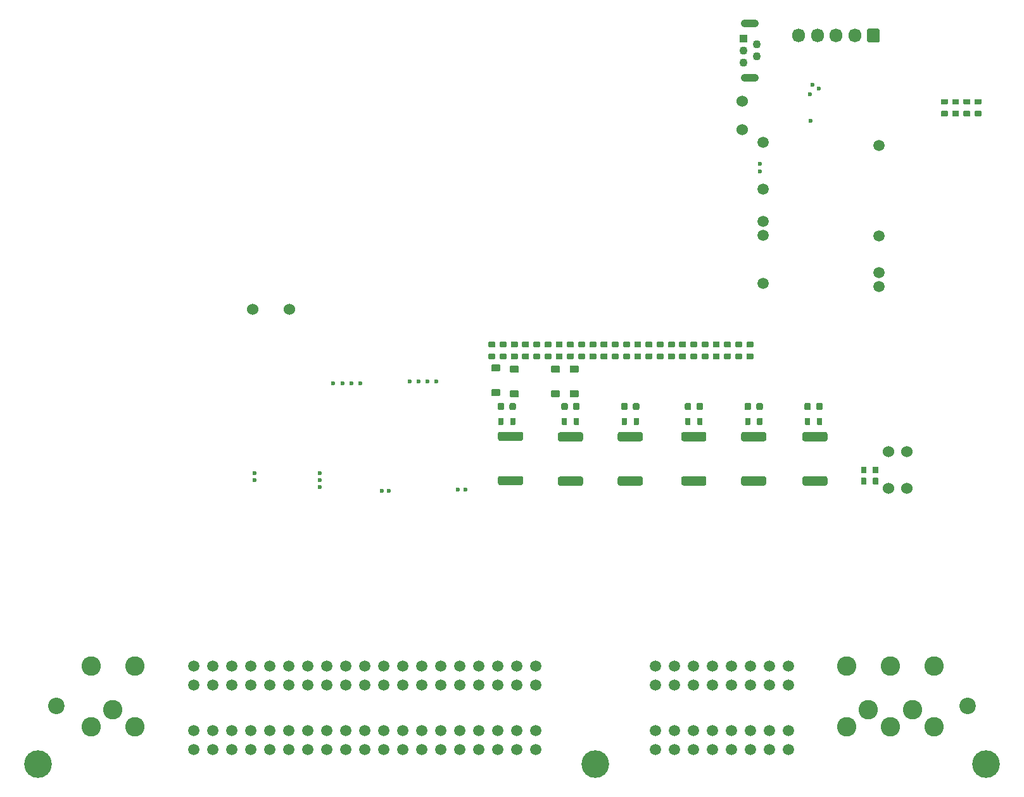
<source format=gbs>
G04 #@! TF.GenerationSoftware,KiCad,Pcbnew,8.0.8*
G04 #@! TF.CreationDate,2025-12-21T18:17:35-05:00*
G04 #@! TF.ProjectId,greenenergyecu,67726565-6e65-46e6-9572-67796563752e,d*
G04 #@! TF.SameCoordinates,PX2b953a0PY6943058*
G04 #@! TF.FileFunction,Soldermask,Bot*
G04 #@! TF.FilePolarity,Negative*
%FSLAX46Y46*%
G04 Gerber Fmt 4.6, Leading zero omitted, Abs format (unit mm)*
G04 Created by KiCad (PCBNEW 8.0.8) date 2025-12-21 18:17:35*
%MOMM*%
%LPD*%
G01*
G04 APERTURE LIST*
%ADD10C,3.700000*%
%ADD11C,2.200000*%
%ADD12C,2.600000*%
%ADD13C,1.500000*%
%ADD14C,0.599999*%
%ADD15R,1.100000X1.100000*%
%ADD16C,1.100000*%
%ADD17O,2.400000X1.100000*%
%ADD18C,1.524000*%
%ADD19O,1.700000X1.850000*%
%ADD20C,0.600000*%
G04 APERTURE END LIST*
D10*
G04 #@! TO.C,P1*
X18648000Y5492000D03*
D11*
X21098000Y13292000D03*
D10*
X93148000Y5492000D03*
D11*
X142898000Y13292000D03*
D10*
X145348000Y5492000D03*
D12*
X25748000Y10492000D03*
X31548000Y10492000D03*
X28648000Y12822000D03*
X25748000Y18622000D03*
X31548000Y18622000D03*
D13*
X85168000Y18622000D03*
X82628000Y18622000D03*
X80088000Y18622000D03*
X77548000Y18622000D03*
X75008000Y18622000D03*
X72468000Y18622000D03*
X69928000Y18622000D03*
X67388000Y18622000D03*
X64848000Y18622000D03*
X62308000Y18622000D03*
X59768000Y18622000D03*
X57228000Y18622000D03*
X54688000Y18622000D03*
X52148000Y18622000D03*
X49608000Y18622000D03*
X47068000Y18622000D03*
X44528000Y18622000D03*
X41988000Y18622000D03*
X39448000Y18622000D03*
X85168000Y16082000D03*
X82628000Y16082000D03*
X80088000Y16082000D03*
X77548000Y16082000D03*
X75008000Y16082000D03*
X72468000Y16082000D03*
X69928000Y16082000D03*
X67388000Y16082000D03*
X64848000Y16082000D03*
X62308000Y16082000D03*
X59768000Y16082000D03*
X57228000Y16082000D03*
X54688000Y16082000D03*
X52148000Y16082000D03*
X49608000Y16082000D03*
X47068000Y16082000D03*
X44528000Y16082000D03*
X41988000Y16082000D03*
X39448000Y16082000D03*
X85168000Y10032000D03*
X82628000Y10032000D03*
X80088000Y10032000D03*
X77548000Y10032000D03*
X75008000Y10032000D03*
X72468000Y10032000D03*
X69928000Y10032000D03*
X67388000Y10032000D03*
X64848000Y10032000D03*
X62308000Y10032000D03*
X59768000Y10032000D03*
X57228000Y10032000D03*
X54688000Y10032000D03*
X52148000Y10032000D03*
X49608000Y10032000D03*
X47068000Y10032000D03*
X44528000Y10032000D03*
X41988000Y10032000D03*
X39448000Y10032000D03*
X85168000Y7492000D03*
X82628000Y7492000D03*
X80088000Y7492000D03*
X77548000Y7492000D03*
X75008000Y7492000D03*
X72468000Y7492000D03*
X69928000Y7492000D03*
X67388000Y7492000D03*
X64848000Y7492000D03*
X62308000Y7492000D03*
X59768000Y7492000D03*
X57228000Y7492000D03*
X54688000Y7492000D03*
X52148000Y7492000D03*
X49608000Y7492000D03*
X47068000Y7492000D03*
X44528000Y7492000D03*
X41988000Y7492000D03*
X39448000Y7492000D03*
X101138000Y7492000D03*
X103678000Y7492000D03*
X106218000Y7492000D03*
X108758000Y7492000D03*
X111298000Y7492000D03*
X113838000Y7492000D03*
X116378000Y7492000D03*
X118918000Y7492000D03*
X101138000Y10032000D03*
X103678000Y10032000D03*
X106218000Y10032000D03*
X108758000Y10032000D03*
X111298000Y10032000D03*
X113838000Y10032000D03*
X116378000Y10032000D03*
X118918000Y10032000D03*
X101138000Y16082000D03*
X103678000Y16082000D03*
X106218000Y16082000D03*
X108758000Y16082000D03*
X111298000Y16082000D03*
X113838000Y16082000D03*
X116378000Y16082000D03*
X118918000Y16082000D03*
X101138000Y18622000D03*
X103678000Y18622000D03*
X106218000Y18622000D03*
X108758000Y18622000D03*
X111298000Y18622000D03*
X113838000Y18622000D03*
X116378000Y18622000D03*
X118918000Y18622000D03*
D12*
X126748000Y10492000D03*
X132548000Y10492000D03*
X138448000Y10492000D03*
X129648000Y12822000D03*
X135548000Y12822000D03*
X126748000Y18622000D03*
X132548000Y18622000D03*
X138448000Y18622000D03*
G04 #@! TD*
D14*
G04 #@! TO.C,M7*
X122162501Y96418338D03*
X123037503Y95893338D03*
X121862499Y95143340D03*
X121937502Y91593339D03*
G04 #@! TD*
D15*
G04 #@! TO.C,J22*
X112925000Y102625000D03*
D16*
X114675000Y101825000D03*
X112925000Y101025000D03*
X114675000Y100225000D03*
X112925000Y99425000D03*
D17*
X113800000Y104675000D03*
X113800000Y97375000D03*
G04 #@! TD*
D18*
G04 #@! TO.C,F1*
X134800000Y42425000D03*
X134800000Y47325000D03*
G04 #@! TD*
G04 #@! TO.C,F3*
X47350000Y66375000D03*
X52250000Y66375000D03*
G04 #@! TD*
G04 #@! TO.C,F2*
X132300000Y42425000D03*
X132300000Y47325000D03*
G04 #@! TD*
G04 #@! TO.C,J21*
G36*
G01*
X131150000Y103700000D02*
X131150000Y102350000D01*
G75*
G02*
X130900000Y102100000I-250000J0D01*
G01*
X129700000Y102100000D01*
G75*
G02*
X129450000Y102350000I0J250000D01*
G01*
X129450000Y103700000D01*
G75*
G02*
X129700000Y103950000I250000J0D01*
G01*
X130900000Y103950000D01*
G75*
G02*
X131150000Y103700000I0J-250000D01*
G01*
G37*
D19*
X127800000Y103025000D03*
X125300000Y103025000D03*
X122800000Y103025000D03*
X120300000Y103025000D03*
G04 #@! TD*
D20*
G04 #@! TO.C,M3*
X70675000Y56700000D03*
X71875000Y56700000D03*
X69475000Y56700000D03*
X68275000Y56700000D03*
X74735000Y42275000D03*
X75735000Y42275000D03*
G04 #@! TD*
D13*
G04 #@! TO.C,M1*
X115550002Y69875003D03*
X115550002Y76275000D03*
X115550002Y78175003D03*
X115550002Y82475003D03*
D20*
X115100003Y84875000D03*
X115100003Y85875001D03*
D13*
X115550002Y88725003D03*
X131049999Y69425001D03*
X131049999Y71275000D03*
X131049999Y76225003D03*
X131049999Y88275001D03*
G04 #@! TD*
D20*
G04 #@! TO.C,M4*
X60500000Y56512500D03*
X61700000Y56512500D03*
X59300000Y56512500D03*
X58100000Y56512500D03*
X64560000Y42087500D03*
X65560000Y42087500D03*
G04 #@! TD*
D18*
G04 #@! TO.C,R4*
X112800000Y90420001D03*
X112800000Y94230001D03*
G04 #@! TD*
D20*
G04 #@! TO.C,M2*
X56275000Y44449999D03*
X56275000Y43499999D03*
X56275000Y42550001D03*
X47575000Y43549999D03*
X47575000Y44449999D03*
G04 #@! TD*
G04 #@! TO.C,R51*
G36*
G01*
X92410000Y62025000D02*
X93190000Y62025000D01*
G75*
G02*
X93260000Y61955000I0J-70000D01*
G01*
X93260000Y61395000D01*
G75*
G02*
X93190000Y61325000I-70000J0D01*
G01*
X92410000Y61325000D01*
G75*
G02*
X92340000Y61395000I0J70000D01*
G01*
X92340000Y61955000D01*
G75*
G02*
X92410000Y62025000I70000J0D01*
G01*
G37*
G36*
G01*
X92410000Y60425000D02*
X93190000Y60425000D01*
G75*
G02*
X93260000Y60355000I0J-70000D01*
G01*
X93260000Y59795000D01*
G75*
G02*
X93190000Y59725000I-70000J0D01*
G01*
X92410000Y59725000D01*
G75*
G02*
X92340000Y59795000I0J70000D01*
G01*
X92340000Y60355000D01*
G75*
G02*
X92410000Y60425000I70000J0D01*
G01*
G37*
G04 #@! TD*
G04 #@! TO.C,R18*
G36*
G01*
X90950000Y51765000D02*
X90950000Y50985000D01*
G75*
G02*
X90880000Y50915000I-70000J0D01*
G01*
X90320000Y50915000D01*
G75*
G02*
X90250000Y50985000I0J70000D01*
G01*
X90250000Y51765000D01*
G75*
G02*
X90320000Y51835000I70000J0D01*
G01*
X90880000Y51835000D01*
G75*
G02*
X90950000Y51765000I0J-70000D01*
G01*
G37*
G36*
G01*
X89350000Y51765000D02*
X89350000Y50985000D01*
G75*
G02*
X89280000Y50915000I-70000J0D01*
G01*
X88720000Y50915000D01*
G75*
G02*
X88650000Y50985000I0J70000D01*
G01*
X88650000Y51765000D01*
G75*
G02*
X88720000Y51835000I70000J0D01*
G01*
X89280000Y51835000D01*
G75*
G02*
X89350000Y51765000I0J-70000D01*
G01*
G37*
G04 #@! TD*
G04 #@! TO.C,R30*
G36*
G01*
X99910000Y62025000D02*
X100690000Y62025000D01*
G75*
G02*
X100760000Y61955000I0J-70000D01*
G01*
X100760000Y61395000D01*
G75*
G02*
X100690000Y61325000I-70000J0D01*
G01*
X99910000Y61325000D01*
G75*
G02*
X99840000Y61395000I0J70000D01*
G01*
X99840000Y61955000D01*
G75*
G02*
X99910000Y62025000I70000J0D01*
G01*
G37*
G36*
G01*
X99910000Y60425000D02*
X100690000Y60425000D01*
G75*
G02*
X100760000Y60355000I0J-70000D01*
G01*
X100760000Y59795000D01*
G75*
G02*
X100690000Y59725000I-70000J0D01*
G01*
X99910000Y59725000D01*
G75*
G02*
X99840000Y59795000I0J70000D01*
G01*
X99840000Y60355000D01*
G75*
G02*
X99910000Y60425000I70000J0D01*
G01*
G37*
G04 #@! TD*
G04 #@! TO.C,R46*
G36*
G01*
X107410000Y62025000D02*
X108190000Y62025000D01*
G75*
G02*
X108260000Y61955000I0J-70000D01*
G01*
X108260000Y61395000D01*
G75*
G02*
X108190000Y61325000I-70000J0D01*
G01*
X107410000Y61325000D01*
G75*
G02*
X107340000Y61395000I0J70000D01*
G01*
X107340000Y61955000D01*
G75*
G02*
X107410000Y62025000I70000J0D01*
G01*
G37*
G36*
G01*
X107410000Y60425000D02*
X108190000Y60425000D01*
G75*
G02*
X108260000Y60355000I0J-70000D01*
G01*
X108260000Y59795000D01*
G75*
G02*
X108190000Y59725000I-70000J0D01*
G01*
X107410000Y59725000D01*
G75*
G02*
X107340000Y59795000I0J70000D01*
G01*
X107340000Y60355000D01*
G75*
G02*
X107410000Y60425000I70000J0D01*
G01*
G37*
G04 #@! TD*
G04 #@! TO.C,D1*
G36*
G01*
X89790000Y58825000D02*
X90810000Y58825000D01*
G75*
G02*
X90900000Y58735000I0J-90000D01*
G01*
X90900000Y58015000D01*
G75*
G02*
X90810000Y57925000I-90000J0D01*
G01*
X89790000Y57925000D01*
G75*
G02*
X89700000Y58015000I0J90000D01*
G01*
X89700000Y58735000D01*
G75*
G02*
X89790000Y58825000I90000J0D01*
G01*
G37*
G36*
G01*
X89790000Y55525000D02*
X90810000Y55525000D01*
G75*
G02*
X90900000Y55435000I0J-90000D01*
G01*
X90900000Y54715000D01*
G75*
G02*
X90810000Y54625000I-90000J0D01*
G01*
X89790000Y54625000D01*
G75*
G02*
X89700000Y54715000I0J90000D01*
G01*
X89700000Y55435000D01*
G75*
G02*
X89790000Y55525000I90000J0D01*
G01*
G37*
G04 #@! TD*
G04 #@! TO.C,F10*
G36*
G01*
X121075000Y53118750D02*
X121075000Y53631250D01*
G75*
G02*
X121293750Y53850000I218750J0D01*
G01*
X121731250Y53850000D01*
G75*
G02*
X121950000Y53631250I0J-218750D01*
G01*
X121950000Y53118750D01*
G75*
G02*
X121731250Y52900000I-218750J0D01*
G01*
X121293750Y52900000D01*
G75*
G02*
X121075000Y53118750I0J218750D01*
G01*
G37*
G36*
G01*
X122650000Y53118750D02*
X122650000Y53631250D01*
G75*
G02*
X122868750Y53850000I218750J0D01*
G01*
X123306250Y53850000D01*
G75*
G02*
X123525000Y53631250I0J-218750D01*
G01*
X123525000Y53118750D01*
G75*
G02*
X123306250Y52900000I-218750J0D01*
G01*
X122868750Y52900000D01*
G75*
G02*
X122650000Y53118750I0J218750D01*
G01*
G37*
G04 #@! TD*
G04 #@! TO.C,R49*
G36*
G01*
X98410000Y62025000D02*
X99190000Y62025000D01*
G75*
G02*
X99260000Y61955000I0J-70000D01*
G01*
X99260000Y61395000D01*
G75*
G02*
X99190000Y61325000I-70000J0D01*
G01*
X98410000Y61325000D01*
G75*
G02*
X98340000Y61395000I0J70000D01*
G01*
X98340000Y61955000D01*
G75*
G02*
X98410000Y62025000I70000J0D01*
G01*
G37*
G36*
G01*
X98410000Y60425000D02*
X99190000Y60425000D01*
G75*
G02*
X99260000Y60355000I0J-70000D01*
G01*
X99260000Y59795000D01*
G75*
G02*
X99190000Y59725000I-70000J0D01*
G01*
X98410000Y59725000D01*
G75*
G02*
X98340000Y59795000I0J70000D01*
G01*
X98340000Y60355000D01*
G75*
G02*
X98410000Y60425000I70000J0D01*
G01*
G37*
G04 #@! TD*
G04 #@! TO.C,R19*
G36*
G01*
X98950000Y51765000D02*
X98950000Y50985000D01*
G75*
G02*
X98880000Y50915000I-70000J0D01*
G01*
X98320000Y50915000D01*
G75*
G02*
X98250000Y50985000I0J70000D01*
G01*
X98250000Y51765000D01*
G75*
G02*
X98320000Y51835000I70000J0D01*
G01*
X98880000Y51835000D01*
G75*
G02*
X98950000Y51765000I0J-70000D01*
G01*
G37*
G36*
G01*
X97350000Y51765000D02*
X97350000Y50985000D01*
G75*
G02*
X97280000Y50915000I-70000J0D01*
G01*
X96720000Y50915000D01*
G75*
G02*
X96650000Y50985000I0J70000D01*
G01*
X96650000Y51765000D01*
G75*
G02*
X96720000Y51835000I70000J0D01*
G01*
X97280000Y51835000D01*
G75*
G02*
X97350000Y51765000I0J-70000D01*
G01*
G37*
G04 #@! TD*
G04 #@! TO.C,R16*
G36*
G01*
X87910000Y62025000D02*
X88690000Y62025000D01*
G75*
G02*
X88760000Y61955000I0J-70000D01*
G01*
X88760000Y61395000D01*
G75*
G02*
X88690000Y61325000I-70000J0D01*
G01*
X87910000Y61325000D01*
G75*
G02*
X87840000Y61395000I0J70000D01*
G01*
X87840000Y61955000D01*
G75*
G02*
X87910000Y62025000I70000J0D01*
G01*
G37*
G36*
G01*
X87910000Y60425000D02*
X88690000Y60425000D01*
G75*
G02*
X88760000Y60355000I0J-70000D01*
G01*
X88760000Y59795000D01*
G75*
G02*
X88690000Y59725000I-70000J0D01*
G01*
X87910000Y59725000D01*
G75*
G02*
X87840000Y59795000I0J70000D01*
G01*
X87840000Y60355000D01*
G75*
G02*
X87910000Y60425000I70000J0D01*
G01*
G37*
G04 #@! TD*
G04 #@! TO.C,R45*
G36*
G01*
X86410000Y62025000D02*
X87190000Y62025000D01*
G75*
G02*
X87260000Y61955000I0J-70000D01*
G01*
X87260000Y61395000D01*
G75*
G02*
X87190000Y61325000I-70000J0D01*
G01*
X86410000Y61325000D01*
G75*
G02*
X86340000Y61395000I0J70000D01*
G01*
X86340000Y61955000D01*
G75*
G02*
X86410000Y62025000I70000J0D01*
G01*
G37*
G36*
G01*
X86410000Y60425000D02*
X87190000Y60425000D01*
G75*
G02*
X87260000Y60355000I0J-70000D01*
G01*
X87260000Y59795000D01*
G75*
G02*
X87190000Y59725000I-70000J0D01*
G01*
X86410000Y59725000D01*
G75*
G02*
X86340000Y59795000I0J70000D01*
G01*
X86340000Y60355000D01*
G75*
G02*
X86410000Y60425000I70000J0D01*
G01*
G37*
G04 #@! TD*
G04 #@! TO.C,D4*
G36*
G01*
X79290000Y58975000D02*
X80310000Y58975000D01*
G75*
G02*
X80400000Y58885000I0J-90000D01*
G01*
X80400000Y58165000D01*
G75*
G02*
X80310000Y58075000I-90000J0D01*
G01*
X79290000Y58075000D01*
G75*
G02*
X79200000Y58165000I0J90000D01*
G01*
X79200000Y58885000D01*
G75*
G02*
X79290000Y58975000I90000J0D01*
G01*
G37*
G36*
G01*
X79290000Y55675000D02*
X80310000Y55675000D01*
G75*
G02*
X80400000Y55585000I0J-90000D01*
G01*
X80400000Y54865000D01*
G75*
G02*
X80310000Y54775000I-90000J0D01*
G01*
X79290000Y54775000D01*
G75*
G02*
X79200000Y54865000I0J90000D01*
G01*
X79200000Y55585000D01*
G75*
G02*
X79290000Y55675000I90000J0D01*
G01*
G37*
G04 #@! TD*
G04 #@! TO.C,R36*
G36*
G01*
X111910000Y62025000D02*
X112690000Y62025000D01*
G75*
G02*
X112760000Y61955000I0J-70000D01*
G01*
X112760000Y61395000D01*
G75*
G02*
X112690000Y61325000I-70000J0D01*
G01*
X111910000Y61325000D01*
G75*
G02*
X111840000Y61395000I0J70000D01*
G01*
X111840000Y61955000D01*
G75*
G02*
X111910000Y62025000I70000J0D01*
G01*
G37*
G36*
G01*
X111910000Y60425000D02*
X112690000Y60425000D01*
G75*
G02*
X112760000Y60355000I0J-70000D01*
G01*
X112760000Y59795000D01*
G75*
G02*
X112690000Y59725000I-70000J0D01*
G01*
X111910000Y59725000D01*
G75*
G02*
X111840000Y59795000I0J70000D01*
G01*
X111840000Y60355000D01*
G75*
G02*
X111910000Y60425000I70000J0D01*
G01*
G37*
G04 #@! TD*
G04 #@! TO.C,R17*
G36*
G01*
X82450000Y51765000D02*
X82450000Y50985000D01*
G75*
G02*
X82380000Y50915000I-70000J0D01*
G01*
X81820000Y50915000D01*
G75*
G02*
X81750000Y50985000I0J70000D01*
G01*
X81750000Y51765000D01*
G75*
G02*
X81820000Y51835000I70000J0D01*
G01*
X82380000Y51835000D01*
G75*
G02*
X82450000Y51765000I0J-70000D01*
G01*
G37*
G36*
G01*
X80850000Y51765000D02*
X80850000Y50985000D01*
G75*
G02*
X80780000Y50915000I-70000J0D01*
G01*
X80220000Y50915000D01*
G75*
G02*
X80150000Y50985000I0J70000D01*
G01*
X80150000Y51765000D01*
G75*
G02*
X80220000Y51835000I70000J0D01*
G01*
X80780000Y51835000D01*
G75*
G02*
X80850000Y51765000I0J-70000D01*
G01*
G37*
G04 #@! TD*
G04 #@! TO.C,R23*
G36*
G01*
X107450000Y51765000D02*
X107450000Y50985000D01*
G75*
G02*
X107380000Y50915000I-70000J0D01*
G01*
X106820000Y50915000D01*
G75*
G02*
X106750000Y50985000I0J70000D01*
G01*
X106750000Y51765000D01*
G75*
G02*
X106820000Y51835000I70000J0D01*
G01*
X107380000Y51835000D01*
G75*
G02*
X107450000Y51765000I0J-70000D01*
G01*
G37*
G36*
G01*
X105850000Y51765000D02*
X105850000Y50985000D01*
G75*
G02*
X105780000Y50915000I-70000J0D01*
G01*
X105220000Y50915000D01*
G75*
G02*
X105150000Y50985000I0J70000D01*
G01*
X105150000Y51765000D01*
G75*
G02*
X105220000Y51835000I70000J0D01*
G01*
X105780000Y51835000D01*
G75*
G02*
X105850000Y51765000I0J-70000D01*
G01*
G37*
G04 #@! TD*
G04 #@! TO.C,R47*
G36*
G01*
X104410000Y62025000D02*
X105190000Y62025000D01*
G75*
G02*
X105260000Y61955000I0J-70000D01*
G01*
X105260000Y61395000D01*
G75*
G02*
X105190000Y61325000I-70000J0D01*
G01*
X104410000Y61325000D01*
G75*
G02*
X104340000Y61395000I0J70000D01*
G01*
X104340000Y61955000D01*
G75*
G02*
X104410000Y62025000I70000J0D01*
G01*
G37*
G36*
G01*
X104410000Y60425000D02*
X105190000Y60425000D01*
G75*
G02*
X105260000Y60355000I0J-70000D01*
G01*
X105260000Y59795000D01*
G75*
G02*
X105190000Y59725000I-70000J0D01*
G01*
X104410000Y59725000D01*
G75*
G02*
X104340000Y59795000I0J70000D01*
G01*
X104340000Y60355000D01*
G75*
G02*
X104410000Y60425000I70000J0D01*
G01*
G37*
G04 #@! TD*
G04 #@! TO.C,R53*
G36*
G01*
X140910000Y94525000D02*
X141690000Y94525000D01*
G75*
G02*
X141760000Y94455000I0J-70000D01*
G01*
X141760000Y93895000D01*
G75*
G02*
X141690000Y93825000I-70000J0D01*
G01*
X140910000Y93825000D01*
G75*
G02*
X140840000Y93895000I0J70000D01*
G01*
X140840000Y94455000D01*
G75*
G02*
X140910000Y94525000I70000J0D01*
G01*
G37*
G36*
G01*
X140910000Y92925000D02*
X141690000Y92925000D01*
G75*
G02*
X141760000Y92855000I0J-70000D01*
G01*
X141760000Y92295000D01*
G75*
G02*
X141690000Y92225000I-70000J0D01*
G01*
X140910000Y92225000D01*
G75*
G02*
X140840000Y92295000I0J70000D01*
G01*
X140840000Y92855000D01*
G75*
G02*
X140910000Y92925000I70000J0D01*
G01*
G37*
G04 #@! TD*
G04 #@! TO.C,R39*
G36*
G01*
X78910000Y62025000D02*
X79690000Y62025000D01*
G75*
G02*
X79760000Y61955000I0J-70000D01*
G01*
X79760000Y61395000D01*
G75*
G02*
X79690000Y61325000I-70000J0D01*
G01*
X78910000Y61325000D01*
G75*
G02*
X78840000Y61395000I0J70000D01*
G01*
X78840000Y61955000D01*
G75*
G02*
X78910000Y62025000I70000J0D01*
G01*
G37*
G36*
G01*
X78910000Y60425000D02*
X79690000Y60425000D01*
G75*
G02*
X79760000Y60355000I0J-70000D01*
G01*
X79760000Y59795000D01*
G75*
G02*
X79690000Y59725000I-70000J0D01*
G01*
X78910000Y59725000D01*
G75*
G02*
X78840000Y59795000I0J70000D01*
G01*
X78840000Y60355000D01*
G75*
G02*
X78910000Y60425000I70000J0D01*
G01*
G37*
G04 #@! TD*
G04 #@! TO.C,R43*
G36*
G01*
X80410000Y62025000D02*
X81190000Y62025000D01*
G75*
G02*
X81260000Y61955000I0J-70000D01*
G01*
X81260000Y61395000D01*
G75*
G02*
X81190000Y61325000I-70000J0D01*
G01*
X80410000Y61325000D01*
G75*
G02*
X80340000Y61395000I0J70000D01*
G01*
X80340000Y61955000D01*
G75*
G02*
X80410000Y62025000I70000J0D01*
G01*
G37*
G36*
G01*
X80410000Y60425000D02*
X81190000Y60425000D01*
G75*
G02*
X81260000Y60355000I0J-70000D01*
G01*
X81260000Y59795000D01*
G75*
G02*
X81190000Y59725000I-70000J0D01*
G01*
X80410000Y59725000D01*
G75*
G02*
X80340000Y59795000I0J70000D01*
G01*
X80340000Y60355000D01*
G75*
G02*
X80410000Y60425000I70000J0D01*
G01*
G37*
G04 #@! TD*
G04 #@! TO.C,D3*
G36*
G01*
X81790000Y58825000D02*
X82810000Y58825000D01*
G75*
G02*
X82900000Y58735000I0J-90000D01*
G01*
X82900000Y58015000D01*
G75*
G02*
X82810000Y57925000I-90000J0D01*
G01*
X81790000Y57925000D01*
G75*
G02*
X81700000Y58015000I0J90000D01*
G01*
X81700000Y58735000D01*
G75*
G02*
X81790000Y58825000I90000J0D01*
G01*
G37*
G36*
G01*
X81790000Y55525000D02*
X82810000Y55525000D01*
G75*
G02*
X82900000Y55435000I0J-90000D01*
G01*
X82900000Y54715000D01*
G75*
G02*
X82810000Y54625000I-90000J0D01*
G01*
X81790000Y54625000D01*
G75*
G02*
X81700000Y54715000I0J90000D01*
G01*
X81700000Y55435000D01*
G75*
G02*
X81790000Y55525000I90000J0D01*
G01*
G37*
G04 #@! TD*
G04 #@! TO.C,R41*
G36*
G01*
X139410000Y94525000D02*
X140190000Y94525000D01*
G75*
G02*
X140260000Y94455000I0J-70000D01*
G01*
X140260000Y93895000D01*
G75*
G02*
X140190000Y93825000I-70000J0D01*
G01*
X139410000Y93825000D01*
G75*
G02*
X139340000Y93895000I0J70000D01*
G01*
X139340000Y94455000D01*
G75*
G02*
X139410000Y94525000I70000J0D01*
G01*
G37*
G36*
G01*
X139410000Y92925000D02*
X140190000Y92925000D01*
G75*
G02*
X140260000Y92855000I0J-70000D01*
G01*
X140260000Y92295000D01*
G75*
G02*
X140190000Y92225000I-70000J0D01*
G01*
X139410000Y92225000D01*
G75*
G02*
X139340000Y92295000I0J70000D01*
G01*
X139340000Y92855000D01*
G75*
G02*
X139410000Y92925000I70000J0D01*
G01*
G37*
G04 #@! TD*
G04 #@! TO.C,R40*
G36*
G01*
X142410000Y94525000D02*
X143190000Y94525000D01*
G75*
G02*
X143260000Y94455000I0J-70000D01*
G01*
X143260000Y93895000D01*
G75*
G02*
X143190000Y93825000I-70000J0D01*
G01*
X142410000Y93825000D01*
G75*
G02*
X142340000Y93895000I0J70000D01*
G01*
X142340000Y94455000D01*
G75*
G02*
X142410000Y94525000I70000J0D01*
G01*
G37*
G36*
G01*
X142410000Y92925000D02*
X143190000Y92925000D01*
G75*
G02*
X143260000Y92855000I0J-70000D01*
G01*
X143260000Y92295000D01*
G75*
G02*
X143190000Y92225000I-70000J0D01*
G01*
X142410000Y92225000D01*
G75*
G02*
X142340000Y92295000I0J70000D01*
G01*
X142340000Y92855000D01*
G75*
G02*
X142410000Y92925000I70000J0D01*
G01*
G37*
G04 #@! TD*
G04 #@! TO.C,R42*
G36*
G01*
X83410000Y62025000D02*
X84190000Y62025000D01*
G75*
G02*
X84260000Y61955000I0J-70000D01*
G01*
X84260000Y61395000D01*
G75*
G02*
X84190000Y61325000I-70000J0D01*
G01*
X83410000Y61325000D01*
G75*
G02*
X83340000Y61395000I0J70000D01*
G01*
X83340000Y61955000D01*
G75*
G02*
X83410000Y62025000I70000J0D01*
G01*
G37*
G36*
G01*
X83410000Y60425000D02*
X84190000Y60425000D01*
G75*
G02*
X84260000Y60355000I0J-70000D01*
G01*
X84260000Y59795000D01*
G75*
G02*
X84190000Y59725000I-70000J0D01*
G01*
X83410000Y59725000D01*
G75*
G02*
X83340000Y59795000I0J70000D01*
G01*
X83340000Y60355000D01*
G75*
G02*
X83410000Y60425000I70000J0D01*
G01*
G37*
G04 #@! TD*
G04 #@! TO.C,F8*
G36*
G01*
X105075000Y53118750D02*
X105075000Y53631250D01*
G75*
G02*
X105293750Y53850000I218750J0D01*
G01*
X105731250Y53850000D01*
G75*
G02*
X105950000Y53631250I0J-218750D01*
G01*
X105950000Y53118750D01*
G75*
G02*
X105731250Y52900000I-218750J0D01*
G01*
X105293750Y52900000D01*
G75*
G02*
X105075000Y53118750I0J218750D01*
G01*
G37*
G36*
G01*
X106650000Y53118750D02*
X106650000Y53631250D01*
G75*
G02*
X106868750Y53850000I218750J0D01*
G01*
X107306250Y53850000D01*
G75*
G02*
X107525000Y53631250I0J-218750D01*
G01*
X107525000Y53118750D01*
G75*
G02*
X107306250Y52900000I-218750J0D01*
G01*
X106868750Y52900000D01*
G75*
G02*
X106650000Y53118750I0J218750D01*
G01*
G37*
G04 #@! TD*
G04 #@! TO.C,R3*
G36*
G01*
X128650000Y44485000D02*
X128650000Y45265000D01*
G75*
G02*
X128720000Y45335000I70000J0D01*
G01*
X129280000Y45335000D01*
G75*
G02*
X129350000Y45265000I0J-70000D01*
G01*
X129350000Y44485000D01*
G75*
G02*
X129280000Y44415000I-70000J0D01*
G01*
X128720000Y44415000D01*
G75*
G02*
X128650000Y44485000I0J70000D01*
G01*
G37*
G36*
G01*
X130250000Y44485000D02*
X130250000Y45265000D01*
G75*
G02*
X130320000Y45335000I70000J0D01*
G01*
X130880000Y45335000D01*
G75*
G02*
X130950000Y45265000I0J-70000D01*
G01*
X130950000Y44485000D01*
G75*
G02*
X130880000Y44415000I-70000J0D01*
G01*
X130320000Y44415000D01*
G75*
G02*
X130250000Y44485000I0J70000D01*
G01*
G37*
G04 #@! TD*
G04 #@! TO.C,R26*
G36*
G01*
X104875000Y49950000D02*
X107725000Y49950000D01*
G75*
G02*
X107975000Y49700000I0J-250000D01*
G01*
X107975000Y48975000D01*
G75*
G02*
X107725000Y48725000I-250000J0D01*
G01*
X104875000Y48725000D01*
G75*
G02*
X104625000Y48975000I0J250000D01*
G01*
X104625000Y49700000D01*
G75*
G02*
X104875000Y49950000I250000J0D01*
G01*
G37*
G36*
G01*
X104875000Y44025000D02*
X107725000Y44025000D01*
G75*
G02*
X107975000Y43775000I0J-250000D01*
G01*
X107975000Y43050000D01*
G75*
G02*
X107725000Y42800000I-250000J0D01*
G01*
X104875000Y42800000D01*
G75*
G02*
X104625000Y43050000I0J250000D01*
G01*
X104625000Y43775000D01*
G75*
G02*
X104875000Y44025000I250000J0D01*
G01*
G37*
G04 #@! TD*
G04 #@! TO.C,R48*
G36*
G01*
X101410000Y62025000D02*
X102190000Y62025000D01*
G75*
G02*
X102260000Y61955000I0J-70000D01*
G01*
X102260000Y61395000D01*
G75*
G02*
X102190000Y61325000I-70000J0D01*
G01*
X101410000Y61325000D01*
G75*
G02*
X101340000Y61395000I0J70000D01*
G01*
X101340000Y61955000D01*
G75*
G02*
X101410000Y62025000I70000J0D01*
G01*
G37*
G36*
G01*
X101410000Y60425000D02*
X102190000Y60425000D01*
G75*
G02*
X102260000Y60355000I0J-70000D01*
G01*
X102260000Y59795000D01*
G75*
G02*
X102190000Y59725000I-70000J0D01*
G01*
X101410000Y59725000D01*
G75*
G02*
X101340000Y59795000I0J70000D01*
G01*
X101340000Y60355000D01*
G75*
G02*
X101410000Y60425000I70000J0D01*
G01*
G37*
G04 #@! TD*
G04 #@! TO.C,R14*
G36*
G01*
X110410000Y62025000D02*
X111190000Y62025000D01*
G75*
G02*
X111260000Y61955000I0J-70000D01*
G01*
X111260000Y61395000D01*
G75*
G02*
X111190000Y61325000I-70000J0D01*
G01*
X110410000Y61325000D01*
G75*
G02*
X110340000Y61395000I0J70000D01*
G01*
X110340000Y61955000D01*
G75*
G02*
X110410000Y62025000I70000J0D01*
G01*
G37*
G36*
G01*
X110410000Y60425000D02*
X111190000Y60425000D01*
G75*
G02*
X111260000Y60355000I0J-70000D01*
G01*
X111260000Y59795000D01*
G75*
G02*
X111190000Y59725000I-70000J0D01*
G01*
X110410000Y59725000D01*
G75*
G02*
X110340000Y59795000I0J70000D01*
G01*
X110340000Y60355000D01*
G75*
G02*
X110410000Y60425000I70000J0D01*
G01*
G37*
G04 #@! TD*
G04 #@! TO.C,R52*
G36*
G01*
X143910000Y94525000D02*
X144690000Y94525000D01*
G75*
G02*
X144760000Y94455000I0J-70000D01*
G01*
X144760000Y93895000D01*
G75*
G02*
X144690000Y93825000I-70000J0D01*
G01*
X143910000Y93825000D01*
G75*
G02*
X143840000Y93895000I0J70000D01*
G01*
X143840000Y94455000D01*
G75*
G02*
X143910000Y94525000I70000J0D01*
G01*
G37*
G36*
G01*
X143910000Y92925000D02*
X144690000Y92925000D01*
G75*
G02*
X144760000Y92855000I0J-70000D01*
G01*
X144760000Y92295000D01*
G75*
G02*
X144690000Y92225000I-70000J0D01*
G01*
X143910000Y92225000D01*
G75*
G02*
X143840000Y92295000I0J70000D01*
G01*
X143840000Y92855000D01*
G75*
G02*
X143910000Y92925000I70000J0D01*
G01*
G37*
G04 #@! TD*
G04 #@! TO.C,R2*
G36*
G01*
X130950000Y43765000D02*
X130950000Y42985000D01*
G75*
G02*
X130880000Y42915000I-70000J0D01*
G01*
X130320000Y42915000D01*
G75*
G02*
X130250000Y42985000I0J70000D01*
G01*
X130250000Y43765000D01*
G75*
G02*
X130320000Y43835000I70000J0D01*
G01*
X130880000Y43835000D01*
G75*
G02*
X130950000Y43765000I0J-70000D01*
G01*
G37*
G36*
G01*
X129350000Y43765000D02*
X129350000Y42985000D01*
G75*
G02*
X129280000Y42915000I-70000J0D01*
G01*
X128720000Y42915000D01*
G75*
G02*
X128650000Y42985000I0J70000D01*
G01*
X128650000Y43765000D01*
G75*
G02*
X128720000Y43835000I70000J0D01*
G01*
X129280000Y43835000D01*
G75*
G02*
X129350000Y43765000I0J-70000D01*
G01*
G37*
G04 #@! TD*
G04 #@! TO.C,R34*
G36*
G01*
X90910000Y62025000D02*
X91690000Y62025000D01*
G75*
G02*
X91760000Y61955000I0J-70000D01*
G01*
X91760000Y61395000D01*
G75*
G02*
X91690000Y61325000I-70000J0D01*
G01*
X90910000Y61325000D01*
G75*
G02*
X90840000Y61395000I0J70000D01*
G01*
X90840000Y61955000D01*
G75*
G02*
X90910000Y62025000I70000J0D01*
G01*
G37*
G36*
G01*
X90910000Y60425000D02*
X91690000Y60425000D01*
G75*
G02*
X91760000Y60355000I0J-70000D01*
G01*
X91760000Y59795000D01*
G75*
G02*
X91690000Y59725000I-70000J0D01*
G01*
X90910000Y59725000D01*
G75*
G02*
X90840000Y59795000I0J70000D01*
G01*
X90840000Y60355000D01*
G75*
G02*
X90910000Y60425000I70000J0D01*
G01*
G37*
G04 #@! TD*
G04 #@! TO.C,F6*
G36*
G01*
X88575000Y53118750D02*
X88575000Y53631250D01*
G75*
G02*
X88793750Y53850000I218750J0D01*
G01*
X89231250Y53850000D01*
G75*
G02*
X89450000Y53631250I0J-218750D01*
G01*
X89450000Y53118750D01*
G75*
G02*
X89231250Y52900000I-218750J0D01*
G01*
X88793750Y52900000D01*
G75*
G02*
X88575000Y53118750I0J218750D01*
G01*
G37*
G36*
G01*
X90150000Y53118750D02*
X90150000Y53631250D01*
G75*
G02*
X90368750Y53850000I218750J0D01*
G01*
X90806250Y53850000D01*
G75*
G02*
X91025000Y53631250I0J-218750D01*
G01*
X91025000Y53118750D01*
G75*
G02*
X90806250Y52900000I-218750J0D01*
G01*
X90368750Y52900000D01*
G75*
G02*
X90150000Y53118750I0J218750D01*
G01*
G37*
G04 #@! TD*
G04 #@! TO.C,F5*
G36*
G01*
X80075000Y53118750D02*
X80075000Y53631250D01*
G75*
G02*
X80293750Y53850000I218750J0D01*
G01*
X80731250Y53850000D01*
G75*
G02*
X80950000Y53631250I0J-218750D01*
G01*
X80950000Y53118750D01*
G75*
G02*
X80731250Y52900000I-218750J0D01*
G01*
X80293750Y52900000D01*
G75*
G02*
X80075000Y53118750I0J218750D01*
G01*
G37*
G36*
G01*
X81650000Y53118750D02*
X81650000Y53631250D01*
G75*
G02*
X81868750Y53850000I218750J0D01*
G01*
X82306250Y53850000D01*
G75*
G02*
X82525000Y53631250I0J-218750D01*
G01*
X82525000Y53118750D01*
G75*
G02*
X82306250Y52900000I-218750J0D01*
G01*
X81868750Y52900000D01*
G75*
G02*
X81650000Y53118750I0J218750D01*
G01*
G37*
G04 #@! TD*
G04 #@! TO.C,F9*
G36*
G01*
X113075000Y53118750D02*
X113075000Y53631250D01*
G75*
G02*
X113293750Y53850000I218750J0D01*
G01*
X113731250Y53850000D01*
G75*
G02*
X113950000Y53631250I0J-218750D01*
G01*
X113950000Y53118750D01*
G75*
G02*
X113731250Y52900000I-218750J0D01*
G01*
X113293750Y52900000D01*
G75*
G02*
X113075000Y53118750I0J218750D01*
G01*
G37*
G36*
G01*
X114650000Y53118750D02*
X114650000Y53631250D01*
G75*
G02*
X114868750Y53850000I218750J0D01*
G01*
X115306250Y53850000D01*
G75*
G02*
X115525000Y53631250I0J-218750D01*
G01*
X115525000Y53118750D01*
G75*
G02*
X115306250Y52900000I-218750J0D01*
G01*
X114868750Y52900000D01*
G75*
G02*
X114650000Y53118750I0J218750D01*
G01*
G37*
G04 #@! TD*
G04 #@! TO.C,R13*
G36*
G01*
X113410000Y62025000D02*
X114190000Y62025000D01*
G75*
G02*
X114260000Y61955000I0J-70000D01*
G01*
X114260000Y61395000D01*
G75*
G02*
X114190000Y61325000I-70000J0D01*
G01*
X113410000Y61325000D01*
G75*
G02*
X113340000Y61395000I0J70000D01*
G01*
X113340000Y61955000D01*
G75*
G02*
X113410000Y62025000I70000J0D01*
G01*
G37*
G36*
G01*
X113410000Y60425000D02*
X114190000Y60425000D01*
G75*
G02*
X114260000Y60355000I0J-70000D01*
G01*
X114260000Y59795000D01*
G75*
G02*
X114190000Y59725000I-70000J0D01*
G01*
X113410000Y59725000D01*
G75*
G02*
X113340000Y59795000I0J70000D01*
G01*
X113340000Y60355000D01*
G75*
G02*
X113410000Y60425000I70000J0D01*
G01*
G37*
G04 #@! TD*
G04 #@! TO.C,R29*
G36*
G01*
X105910000Y62025000D02*
X106690000Y62025000D01*
G75*
G02*
X106760000Y61955000I0J-70000D01*
G01*
X106760000Y61395000D01*
G75*
G02*
X106690000Y61325000I-70000J0D01*
G01*
X105910000Y61325000D01*
G75*
G02*
X105840000Y61395000I0J70000D01*
G01*
X105840000Y61955000D01*
G75*
G02*
X105910000Y62025000I70000J0D01*
G01*
G37*
G36*
G01*
X105910000Y60425000D02*
X106690000Y60425000D01*
G75*
G02*
X106760000Y60355000I0J-70000D01*
G01*
X106760000Y59795000D01*
G75*
G02*
X106690000Y59725000I-70000J0D01*
G01*
X105910000Y59725000D01*
G75*
G02*
X105840000Y59795000I0J70000D01*
G01*
X105840000Y60355000D01*
G75*
G02*
X105910000Y60425000I70000J0D01*
G01*
G37*
G04 #@! TD*
G04 #@! TO.C,R35*
G36*
G01*
X108910000Y62025000D02*
X109690000Y62025000D01*
G75*
G02*
X109760000Y61955000I0J-70000D01*
G01*
X109760000Y61395000D01*
G75*
G02*
X109690000Y61325000I-70000J0D01*
G01*
X108910000Y61325000D01*
G75*
G02*
X108840000Y61395000I0J70000D01*
G01*
X108840000Y61955000D01*
G75*
G02*
X108910000Y62025000I70000J0D01*
G01*
G37*
G36*
G01*
X108910000Y60425000D02*
X109690000Y60425000D01*
G75*
G02*
X109760000Y60355000I0J-70000D01*
G01*
X109760000Y59795000D01*
G75*
G02*
X109690000Y59725000I-70000J0D01*
G01*
X108910000Y59725000D01*
G75*
G02*
X108840000Y59795000I0J70000D01*
G01*
X108840000Y60355000D01*
G75*
G02*
X108910000Y60425000I70000J0D01*
G01*
G37*
G04 #@! TD*
G04 #@! TO.C,D2*
G36*
G01*
X87290000Y58825000D02*
X88310000Y58825000D01*
G75*
G02*
X88400000Y58735000I0J-90000D01*
G01*
X88400000Y58015000D01*
G75*
G02*
X88310000Y57925000I-90000J0D01*
G01*
X87290000Y57925000D01*
G75*
G02*
X87200000Y58015000I0J90000D01*
G01*
X87200000Y58735000D01*
G75*
G02*
X87290000Y58825000I90000J0D01*
G01*
G37*
G36*
G01*
X87290000Y55525000D02*
X88310000Y55525000D01*
G75*
G02*
X88400000Y55435000I0J-90000D01*
G01*
X88400000Y54715000D01*
G75*
G02*
X88310000Y54625000I-90000J0D01*
G01*
X87290000Y54625000D01*
G75*
G02*
X87200000Y54715000I0J90000D01*
G01*
X87200000Y55435000D01*
G75*
G02*
X87290000Y55525000I90000J0D01*
G01*
G37*
G04 #@! TD*
G04 #@! TO.C,R24*
G36*
G01*
X115450000Y51765000D02*
X115450000Y50985000D01*
G75*
G02*
X115380000Y50915000I-70000J0D01*
G01*
X114820000Y50915000D01*
G75*
G02*
X114750000Y50985000I0J70000D01*
G01*
X114750000Y51765000D01*
G75*
G02*
X114820000Y51835000I70000J0D01*
G01*
X115380000Y51835000D01*
G75*
G02*
X115450000Y51765000I0J-70000D01*
G01*
G37*
G36*
G01*
X113850000Y51765000D02*
X113850000Y50985000D01*
G75*
G02*
X113780000Y50915000I-70000J0D01*
G01*
X113220000Y50915000D01*
G75*
G02*
X113150000Y50985000I0J70000D01*
G01*
X113150000Y51765000D01*
G75*
G02*
X113220000Y51835000I70000J0D01*
G01*
X113780000Y51835000D01*
G75*
G02*
X113850000Y51765000I0J-70000D01*
G01*
G37*
G04 #@! TD*
G04 #@! TO.C,R50*
G36*
G01*
X95410000Y62025000D02*
X96190000Y62025000D01*
G75*
G02*
X96260000Y61955000I0J-70000D01*
G01*
X96260000Y61395000D01*
G75*
G02*
X96190000Y61325000I-70000J0D01*
G01*
X95410000Y61325000D01*
G75*
G02*
X95340000Y61395000I0J70000D01*
G01*
X95340000Y61955000D01*
G75*
G02*
X95410000Y62025000I70000J0D01*
G01*
G37*
G36*
G01*
X95410000Y60425000D02*
X96190000Y60425000D01*
G75*
G02*
X96260000Y60355000I0J-70000D01*
G01*
X96260000Y59795000D01*
G75*
G02*
X96190000Y59725000I-70000J0D01*
G01*
X95410000Y59725000D01*
G75*
G02*
X95340000Y59795000I0J70000D01*
G01*
X95340000Y60355000D01*
G75*
G02*
X95410000Y60425000I70000J0D01*
G01*
G37*
G04 #@! TD*
G04 #@! TO.C,F7*
G36*
G01*
X96575000Y53118750D02*
X96575000Y53631250D01*
G75*
G02*
X96793750Y53850000I218750J0D01*
G01*
X97231250Y53850000D01*
G75*
G02*
X97450000Y53631250I0J-218750D01*
G01*
X97450000Y53118750D01*
G75*
G02*
X97231250Y52900000I-218750J0D01*
G01*
X96793750Y52900000D01*
G75*
G02*
X96575000Y53118750I0J218750D01*
G01*
G37*
G36*
G01*
X98150000Y53118750D02*
X98150000Y53631250D01*
G75*
G02*
X98368750Y53850000I218750J0D01*
G01*
X98806250Y53850000D01*
G75*
G02*
X99025000Y53631250I0J-218750D01*
G01*
X99025000Y53118750D01*
G75*
G02*
X98806250Y52900000I-218750J0D01*
G01*
X98368750Y52900000D01*
G75*
G02*
X98150000Y53118750I0J218750D01*
G01*
G37*
G04 #@! TD*
G04 #@! TO.C,R44*
G36*
G01*
X89410000Y62025000D02*
X90190000Y62025000D01*
G75*
G02*
X90260000Y61955000I0J-70000D01*
G01*
X90260000Y61395000D01*
G75*
G02*
X90190000Y61325000I-70000J0D01*
G01*
X89410000Y61325000D01*
G75*
G02*
X89340000Y61395000I0J70000D01*
G01*
X89340000Y61955000D01*
G75*
G02*
X89410000Y62025000I70000J0D01*
G01*
G37*
G36*
G01*
X89410000Y60425000D02*
X90190000Y60425000D01*
G75*
G02*
X90260000Y60355000I0J-70000D01*
G01*
X90260000Y59795000D01*
G75*
G02*
X90190000Y59725000I-70000J0D01*
G01*
X89410000Y59725000D01*
G75*
G02*
X89340000Y59795000I0J70000D01*
G01*
X89340000Y60355000D01*
G75*
G02*
X89410000Y60425000I70000J0D01*
G01*
G37*
G04 #@! TD*
G04 #@! TO.C,R37*
G36*
G01*
X81910000Y62025000D02*
X82690000Y62025000D01*
G75*
G02*
X82760000Y61955000I0J-70000D01*
G01*
X82760000Y61395000D01*
G75*
G02*
X82690000Y61325000I-70000J0D01*
G01*
X81910000Y61325000D01*
G75*
G02*
X81840000Y61395000I0J70000D01*
G01*
X81840000Y61955000D01*
G75*
G02*
X81910000Y62025000I70000J0D01*
G01*
G37*
G36*
G01*
X81910000Y60425000D02*
X82690000Y60425000D01*
G75*
G02*
X82760000Y60355000I0J-70000D01*
G01*
X82760000Y59795000D01*
G75*
G02*
X82690000Y59725000I-70000J0D01*
G01*
X81910000Y59725000D01*
G75*
G02*
X81840000Y59795000I0J70000D01*
G01*
X81840000Y60355000D01*
G75*
G02*
X81910000Y60425000I70000J0D01*
G01*
G37*
G04 #@! TD*
G04 #@! TO.C,R38*
G36*
G01*
X84910000Y62025000D02*
X85690000Y62025000D01*
G75*
G02*
X85760000Y61955000I0J-70000D01*
G01*
X85760000Y61395000D01*
G75*
G02*
X85690000Y61325000I-70000J0D01*
G01*
X84910000Y61325000D01*
G75*
G02*
X84840000Y61395000I0J70000D01*
G01*
X84840000Y61955000D01*
G75*
G02*
X84910000Y62025000I70000J0D01*
G01*
G37*
G36*
G01*
X84910000Y60425000D02*
X85690000Y60425000D01*
G75*
G02*
X85760000Y60355000I0J-70000D01*
G01*
X85760000Y59795000D01*
G75*
G02*
X85690000Y59725000I-70000J0D01*
G01*
X84910000Y59725000D01*
G75*
G02*
X84840000Y59795000I0J70000D01*
G01*
X84840000Y60355000D01*
G75*
G02*
X84910000Y60425000I70000J0D01*
G01*
G37*
G04 #@! TD*
G04 #@! TO.C,R27*
G36*
G01*
X112875000Y49950000D02*
X115725000Y49950000D01*
G75*
G02*
X115975000Y49700000I0J-250000D01*
G01*
X115975000Y48975000D01*
G75*
G02*
X115725000Y48725000I-250000J0D01*
G01*
X112875000Y48725000D01*
G75*
G02*
X112625000Y48975000I0J250000D01*
G01*
X112625000Y49700000D01*
G75*
G02*
X112875000Y49950000I250000J0D01*
G01*
G37*
G36*
G01*
X112875000Y44025000D02*
X115725000Y44025000D01*
G75*
G02*
X115975000Y43775000I0J-250000D01*
G01*
X115975000Y43050000D01*
G75*
G02*
X115725000Y42800000I-250000J0D01*
G01*
X112875000Y42800000D01*
G75*
G02*
X112625000Y43050000I0J250000D01*
G01*
X112625000Y43775000D01*
G75*
G02*
X112875000Y44025000I250000J0D01*
G01*
G37*
G04 #@! TD*
G04 #@! TO.C,R33*
G36*
G01*
X96910000Y62025000D02*
X97690000Y62025000D01*
G75*
G02*
X97760000Y61955000I0J-70000D01*
G01*
X97760000Y61395000D01*
G75*
G02*
X97690000Y61325000I-70000J0D01*
G01*
X96910000Y61325000D01*
G75*
G02*
X96840000Y61395000I0J70000D01*
G01*
X96840000Y61955000D01*
G75*
G02*
X96910000Y62025000I70000J0D01*
G01*
G37*
G36*
G01*
X96910000Y60425000D02*
X97690000Y60425000D01*
G75*
G02*
X97760000Y60355000I0J-70000D01*
G01*
X97760000Y59795000D01*
G75*
G02*
X97690000Y59725000I-70000J0D01*
G01*
X96910000Y59725000D01*
G75*
G02*
X96840000Y59795000I0J70000D01*
G01*
X96840000Y60355000D01*
G75*
G02*
X96910000Y60425000I70000J0D01*
G01*
G37*
G04 #@! TD*
G04 #@! TO.C,R32*
G36*
G01*
X102910000Y62025000D02*
X103690000Y62025000D01*
G75*
G02*
X103760000Y61955000I0J-70000D01*
G01*
X103760000Y61395000D01*
G75*
G02*
X103690000Y61325000I-70000J0D01*
G01*
X102910000Y61325000D01*
G75*
G02*
X102840000Y61395000I0J70000D01*
G01*
X102840000Y61955000D01*
G75*
G02*
X102910000Y62025000I70000J0D01*
G01*
G37*
G36*
G01*
X102910000Y60425000D02*
X103690000Y60425000D01*
G75*
G02*
X103760000Y60355000I0J-70000D01*
G01*
X103760000Y59795000D01*
G75*
G02*
X103690000Y59725000I-70000J0D01*
G01*
X102910000Y59725000D01*
G75*
G02*
X102840000Y59795000I0J70000D01*
G01*
X102840000Y60355000D01*
G75*
G02*
X102910000Y60425000I70000J0D01*
G01*
G37*
G04 #@! TD*
G04 #@! TO.C,R31*
G36*
G01*
X93910000Y62025000D02*
X94690000Y62025000D01*
G75*
G02*
X94760000Y61955000I0J-70000D01*
G01*
X94760000Y61395000D01*
G75*
G02*
X94690000Y61325000I-70000J0D01*
G01*
X93910000Y61325000D01*
G75*
G02*
X93840000Y61395000I0J70000D01*
G01*
X93840000Y61955000D01*
G75*
G02*
X93910000Y62025000I70000J0D01*
G01*
G37*
G36*
G01*
X93910000Y60425000D02*
X94690000Y60425000D01*
G75*
G02*
X94760000Y60355000I0J-70000D01*
G01*
X94760000Y59795000D01*
G75*
G02*
X94690000Y59725000I-70000J0D01*
G01*
X93910000Y59725000D01*
G75*
G02*
X93840000Y59795000I0J70000D01*
G01*
X93840000Y60355000D01*
G75*
G02*
X93910000Y60425000I70000J0D01*
G01*
G37*
G04 #@! TD*
G04 #@! TO.C,R28*
G36*
G01*
X121070000Y49950000D02*
X123920000Y49950000D01*
G75*
G02*
X124170000Y49700000I0J-250000D01*
G01*
X124170000Y48975000D01*
G75*
G02*
X123920000Y48725000I-250000J0D01*
G01*
X121070000Y48725000D01*
G75*
G02*
X120820000Y48975000I0J250000D01*
G01*
X120820000Y49700000D01*
G75*
G02*
X121070000Y49950000I250000J0D01*
G01*
G37*
G36*
G01*
X121070000Y44025000D02*
X123920000Y44025000D01*
G75*
G02*
X124170000Y43775000I0J-250000D01*
G01*
X124170000Y43050000D01*
G75*
G02*
X123920000Y42800000I-250000J0D01*
G01*
X121070000Y42800000D01*
G75*
G02*
X120820000Y43050000I0J250000D01*
G01*
X120820000Y43775000D01*
G75*
G02*
X121070000Y44025000I250000J0D01*
G01*
G37*
G04 #@! TD*
G04 #@! TO.C,R25*
G36*
G01*
X123450000Y51765000D02*
X123450000Y50985000D01*
G75*
G02*
X123380000Y50915000I-70000J0D01*
G01*
X122820000Y50915000D01*
G75*
G02*
X122750000Y50985000I0J70000D01*
G01*
X122750000Y51765000D01*
G75*
G02*
X122820000Y51835000I70000J0D01*
G01*
X123380000Y51835000D01*
G75*
G02*
X123450000Y51765000I0J-70000D01*
G01*
G37*
G36*
G01*
X121850000Y51765000D02*
X121850000Y50985000D01*
G75*
G02*
X121780000Y50915000I-70000J0D01*
G01*
X121220000Y50915000D01*
G75*
G02*
X121150000Y50985000I0J70000D01*
G01*
X121150000Y51765000D01*
G75*
G02*
X121220000Y51835000I70000J0D01*
G01*
X121780000Y51835000D01*
G75*
G02*
X121850000Y51765000I0J-70000D01*
G01*
G37*
G04 #@! TD*
G04 #@! TO.C,R22*
G36*
G01*
X96375000Y49950000D02*
X99225000Y49950000D01*
G75*
G02*
X99475000Y49700000I0J-250000D01*
G01*
X99475000Y48975000D01*
G75*
G02*
X99225000Y48725000I-250000J0D01*
G01*
X96375000Y48725000D01*
G75*
G02*
X96125000Y48975000I0J250000D01*
G01*
X96125000Y49700000D01*
G75*
G02*
X96375000Y49950000I250000J0D01*
G01*
G37*
G36*
G01*
X96375000Y44025000D02*
X99225000Y44025000D01*
G75*
G02*
X99475000Y43775000I0J-250000D01*
G01*
X99475000Y43050000D01*
G75*
G02*
X99225000Y42800000I-250000J0D01*
G01*
X96375000Y42800000D01*
G75*
G02*
X96125000Y43050000I0J250000D01*
G01*
X96125000Y43775000D01*
G75*
G02*
X96375000Y44025000I250000J0D01*
G01*
G37*
G04 #@! TD*
G04 #@! TO.C,R21*
G36*
G01*
X88375000Y49912500D02*
X91225000Y49912500D01*
G75*
G02*
X91475000Y49662500I0J-250000D01*
G01*
X91475000Y48937500D01*
G75*
G02*
X91225000Y48687500I-250000J0D01*
G01*
X88375000Y48687500D01*
G75*
G02*
X88125000Y48937500I0J250000D01*
G01*
X88125000Y49662500D01*
G75*
G02*
X88375000Y49912500I250000J0D01*
G01*
G37*
G36*
G01*
X88375000Y43987500D02*
X91225000Y43987500D01*
G75*
G02*
X91475000Y43737500I0J-250000D01*
G01*
X91475000Y43012500D01*
G75*
G02*
X91225000Y42762500I-250000J0D01*
G01*
X88375000Y42762500D01*
G75*
G02*
X88125000Y43012500I0J250000D01*
G01*
X88125000Y43737500D01*
G75*
G02*
X88375000Y43987500I250000J0D01*
G01*
G37*
G04 #@! TD*
G04 #@! TO.C,R20*
G36*
G01*
X80375000Y49987500D02*
X83225000Y49987500D01*
G75*
G02*
X83475000Y49737500I0J-250000D01*
G01*
X83475000Y49012500D01*
G75*
G02*
X83225000Y48762500I-250000J0D01*
G01*
X80375000Y48762500D01*
G75*
G02*
X80125000Y49012500I0J250000D01*
G01*
X80125000Y49737500D01*
G75*
G02*
X80375000Y49987500I250000J0D01*
G01*
G37*
G36*
G01*
X80375000Y44062500D02*
X83225000Y44062500D01*
G75*
G02*
X83475000Y43812500I0J-250000D01*
G01*
X83475000Y43087500D01*
G75*
G02*
X83225000Y42837500I-250000J0D01*
G01*
X80375000Y42837500D01*
G75*
G02*
X80125000Y43087500I0J250000D01*
G01*
X80125000Y43812500D01*
G75*
G02*
X80375000Y44062500I250000J0D01*
G01*
G37*
G04 #@! TD*
M02*

</source>
